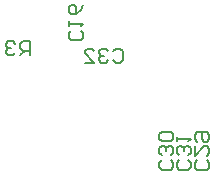
<source format=gbr>
%FSTAX23Y23*%
%MOMM*%
%SFA1B1*%

%IPPOS*%
%ADD40C,0.150000*%
G54D40*
X24424Y15449D02*
Y16649D01*
X23825*
X23625Y16449*
Y16049*
X23825Y15849*
X24424*
X24025D02*
X23625Y15449D01*
X23225Y16449D02*
X23025Y16649D01*
X22625*
X22425Y16449*
Y16249*
X22625Y16049*
X22825*
X22625*
X22425Y15849*
Y15649*
X22625Y15449*
X23025*
X23225Y15649*
X315Y15824D02*
X317Y16024D01*
X321*
X32299Y15824*
Y15024*
X321Y14824*
X317*
X315Y15024*
X311Y15824D02*
X309Y16024D01*
X305*
X303Y15824*
Y15624*
X305Y15424*
X307*
X305*
X303Y15224*
Y15024*
X305Y14824*
X309*
X311Y15024*
X291Y14824D02*
X299D01*
X291Y15624*
Y15824*
X293Y16024*
X297*
X299Y15824*
X37874Y06574D02*
X38074Y06374D01*
Y05974*
X37874Y05774*
X37074*
X36874Y05974*
Y06374*
X37074Y06574*
X37874Y06974D02*
X38074Y07174D01*
Y07574*
X37874Y07774*
X37674*
X37474Y07574*
Y07374*
Y07574*
X37274Y07774*
X37074*
X36874Y07574*
Y07174*
X37074Y06974*
X36874Y08174D02*
Y08574D01*
Y08374*
X38074*
X37874Y08174*
X36399Y06574D02*
X36599Y06374D01*
Y05974*
X36399Y05774*
X35599*
X35399Y05974*
Y06374*
X35599Y06574*
X36399Y06974D02*
X36599Y07174D01*
Y07574*
X36399Y07774*
X36199*
X35999Y07574*
Y07374*
Y07574*
X35799Y07774*
X35599*
X35399Y07574*
Y07174*
X35599Y06974*
X36399Y08174D02*
X36599Y08374D01*
Y08773*
X36399Y08973*
X35599*
X35399Y08773*
Y08374*
X35599Y08174*
X36399*
X39424Y06549D02*
X39624Y06349D01*
Y05949*
X39424Y05749*
X38624*
X38424Y05949*
Y06349*
X38624Y06549*
X38424Y07749D02*
Y06949D01*
X39224Y07749*
X39424*
X39624Y07549*
Y07149*
X39424Y06949*
X38624Y08149D02*
X38424Y08349D01*
Y08748*
X38624Y08948*
X39424*
X39624Y08748*
Y08349*
X39424Y08149*
X39224*
X39024Y08349*
Y08948*
X28749Y17524D02*
X28949Y17324D01*
Y16924*
X28749Y16724*
X27949*
X27749Y16924*
Y17324*
X27949Y17524*
X27749Y17924D02*
Y18324D01*
Y18124*
X28949*
X28749Y17924*
X28949Y19723D02*
X28749Y19324D01*
X28349Y18924*
X27949*
X27749Y19124*
Y19524*
X27949Y19723*
X28149*
X28349Y19524*
Y18924*
M02*
</source>
